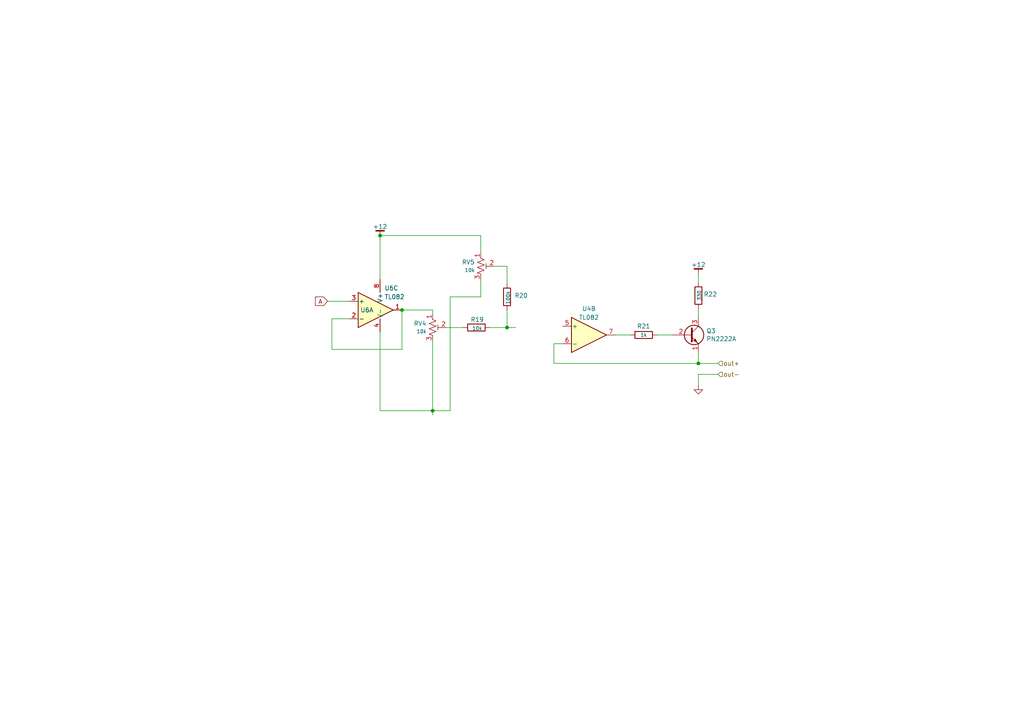
<source format=kicad_sch>
(kicad_sch (version 20211123) (generator eeschema)
  (paper "A4")
  (lib_symbols
    (symbol "Amplifier_Operational:TL082" (pin_names (offset 0.127))
      (property "Reference" "U" (at 0 5.08 0))
      (property "Value" "Amplifier_Operational_TL082" (at 0 -5.08 0))
      (symbol "TL082_1_1"
        (polyline (pts (xy -5.08 5.08) (xy 5.08 0) (xy -5.08 -5.08) (xy -5.08 5.08)) (stroke (width 0.254)) (fill (type background)))
        (pin output line (at 7.62 0 180) (length 2.54) (name "~") (number "1"))
        (pin input line (at -7.62 -2.54 0) (length 2.54) (name "-") (number "2"))
        (pin input line (at -7.62 2.54 0) (length 2.54) (name "+") (number "3"))
      )
      (symbol "TL082_2_1"
        (polyline (pts (xy -5.08 5.08) (xy 5.08 0) (xy -5.08 -5.08) (xy -5.08 5.08)) (stroke (width 0.254)) (fill (type background)))
        (pin input line (at -7.62 2.54 0) (length 2.54) (name "+") (number "5"))
        (pin input line (at -7.62 -2.54 0) (length 2.54) (name "-") (number "6"))
        (pin output line (at 7.62 0 180) (length 2.54) (name "~") (number "7"))
      )
      (symbol "TL082_3_1"
        (pin power_in line (at -2.54 -7.62 90) (length 3.81) (name "V-") (number "4"))
        (pin power_in line (at -2.54 7.62 270) (length 3.81) (name "V+") (number "8"))
      )
    )
    (symbol "Device:R" (pin_numbers hide) (pin_names (offset 0))
      (property "Reference" "R" (at 2.032 0 90))
      (property "Value" "Device_R" (at 0 0 90))
      (symbol "R_0_1"
        (rectangle (start -1.016 -2.54) (end 1.016 2.54) (stroke (width 0.254)))
      )
      (symbol "R_1_1"
        (pin passive line (at 0 3.81 270) (length 1.27) (name "~") (number "1"))
        (pin passive line (at 0 -3.81 90) (length 1.27) (name "~") (number "2"))
      )
    )
    (symbol "Device:R_POT_TRIM_US" (pin_names (offset 1.016) hide)
      (property "Reference" "RV" (at -4.445 0 90))
      (property "Value" "Device_R_POT_TRIM_US" (at -2.54 0 90))
      (symbol "R_POT_TRIM_US_0_1"
        (polyline (pts (xy 0 -2.286) (xy 0 -2.54)))
        (polyline (pts (xy 0 2.286) (xy 0 2.54)))
        (polyline (pts (xy 1.524 0.762) (xy 1.524 -0.762)))
        (polyline (pts (xy 2.54 0) (xy 1.524 0)))
        (polyline (pts (xy 0 -0.762) (xy 1.016 -1.143) (xy 0 -1.524) (xy -1.016 -1.905) (xy 0 -2.286)))
        (polyline (pts (xy 0 0.762) (xy 1.016 0.381) (xy 0 0) (xy -1.016 -0.381) (xy 0 -0.762)))
        (polyline (pts (xy 0 2.286) (xy 1.016 1.905) (xy 0 1.524) (xy -1.016 1.143) (xy 0 0.762)))
      )
      (symbol "R_POT_TRIM_US_1_1"
        (pin passive line (at 0 3.81 270) (length 1.27) (name "1") (number "1"))
        (pin passive line (at 3.81 0 180) (length 1.27) (name "2") (number "2"))
        (pin passive line (at 0 -3.81 90) (length 1.27) (name "3") (number "3"))
      )
    )
    (symbol "Transistor_BJT:PN2222A" (pin_names (offset 0) hide)
      (property "Reference" "Q" (at 5.08 1.905 0))
      (property "Value" "Transistor_BJT_PN2222A" (at 5.08 0 0))
      (symbol "PN2222A_0_1"
        (polyline (pts (xy 0 0) (xy 0.635 0)))
        (polyline (pts (xy 2.54 -2.54) (xy 0.635 -0.635)))
        (polyline (pts (xy 2.54 2.54) (xy 0.635 0.635)))
        (polyline (pts (xy 0.635 1.905) (xy 0.635 -1.905) (xy 0.635 -1.905)) (stroke (width 0.508)))
        (polyline (pts (xy 2.413 -2.413) (xy 1.905 -1.905) (xy 1.905 -1.905)))
        (polyline (pts (xy 1.143 -1.651) (xy 1.651 -1.143) (xy 2.159 -2.159) (xy 1.143 -1.651) (xy 1.143 -1.651)) (fill (type outline)))
        (circle (center 1.27 0) (radius 2.8194) (stroke (width 0.254)))
      )
      (symbol "PN2222A_1_1"
        (pin passive line (at 2.54 -5.08 90) (length 2.54) (name "E") (number "1"))
        (pin input line (at -5.08 0 0) (length 5.08) (name "B") (number "2"))
        (pin passive line (at 2.54 5.08 270) (length 2.54) (name "C") (number "3"))
      )
    )
    (symbol "power1:+12" (power) (pin_names (offset 0))
      (property "Value" "+12" (at 0 2.54 0))
      (symbol "+12_0_1"
        (polyline (pts (xy 0 0.762) (xy 0 0)))
        (polyline (pts (xy 0 1.27) (xy 0 0.762)))
        (polyline (pts (xy -1.27 1.524) (xy 1.27 1.524) (xy 1.27 1.27) (xy -1.27 1.27) (xy -1.27 1.524)) (fill (type outline)))
      )
      (symbol "+12_1_1"
        (pin power_in line (at 0 0 90) (length 0) hide (name "+12") (number "1"))
      )
    )
    (symbol "power:GND" (power) (pin_names (offset 0))
      (property "Value" "power_GND" (at 0 -3.81 0))
      (symbol "GND_0_1"
        (polyline (pts (xy 0 0) (xy 0 -1.27) (xy 1.27 -1.27) (xy 0 -2.54) (xy -1.27 -1.27) (xy 0 -1.27)))
      )
      (symbol "GND_1_1"
        (pin power_in line (at 0 0 270) (length 0) hide (name "GND") (number "1"))
      )
    )
  )
  (junction (at 125.476 119.126))
  (junction (at 202.565 105.41))
  (junction (at 116.586 89.916))
  (junction (at 147.066 94.996))
  (junction (at 110.236 68.326))
  (wire (pts (xy 116.586 89.916) (xy 125.476 89.916)))
  (wire (pts (xy 134.366 94.996) (xy 129.286 94.996)))
  (wire (pts (xy 147.066 94.996) (xy 149.606 94.996)))
  (wire (pts (xy 139.446 73.406) (xy 139.446 68.326)))
  (wire (pts (xy 202.565 105.41) (xy 202.565 102.235)))
  (wire (pts (xy 139.446 81.026) (xy 139.446 86.106)))
  (wire (pts (xy 96.266 101.346) (xy 96.266 92.456)))
  (wire (pts (xy 116.586 89.916) (xy 116.586 101.346)))
  (wire (pts (xy 160.655 99.695) (xy 160.655 105.41)))
  (wire (pts (xy 147.066 77.216) (xy 147.066 82.296)))
  (wire (pts (xy 141.986 94.996) (xy 147.066 94.996)))
  (wire (pts (xy 190.5 97.155) (xy 194.945 97.155)))
  (wire (pts (xy 94.996 87.376) (xy 101.346 87.376)))
  (wire (pts (xy 125.476 98.806) (xy 125.476 119.126)))
  (wire (pts (xy 160.655 105.41) (xy 202.565 105.41)))
  (wire (pts (xy 202.565 111.76) (xy 202.565 108.585)))
  (wire (pts (xy 130.556 86.106) (xy 130.556 119.126)))
  (wire (pts (xy 125.476 119.126) (xy 130.556 119.126)))
  (wire (pts (xy 110.236 81.026) (xy 110.236 68.326)))
  (wire (pts (xy 143.256 77.216) (xy 147.066 77.216)))
  (wire (pts (xy 202.565 108.585) (xy 208.28 108.585)))
  (wire (pts (xy 178.435 97.155) (xy 182.88 97.155)))
  (wire (pts (xy 202.565 79.375) (xy 202.565 81.915)))
  (wire (pts (xy 110.236 68.326) (xy 139.446 68.326)))
  (wire (pts (xy 147.066 89.916) (xy 147.066 94.996)))
  (wire (pts (xy 96.266 92.456) (xy 101.346 92.456)))
  (wire (pts (xy 125.476 119.126) (xy 125.476 120.396)))
  (wire (pts (xy 110.236 119.126) (xy 125.476 119.126)))
  (wire (pts (xy 125.476 89.916) (xy 125.476 91.186)))
  (wire (pts (xy 139.446 86.106) (xy 130.556 86.106)))
  (wire (pts (xy 163.195 99.695) (xy 160.655 99.695)))
  (wire (pts (xy 110.236 96.266) (xy 110.236 119.126)))
  (wire (pts (xy 202.565 92.075) (xy 202.565 89.535)))
  (wire (pts (xy 208.28 105.41) (xy 202.565 105.41)))
  (wire (pts (xy 116.586 101.346) (xy 96.266 101.346)))
  (global_label "A" (shape input) (at 94.996 87.376 180) (property "Intersheet References" "${INTERSHEET_REFS}" (effects hide)))
  (hierarchical_label "out-" (shape input) (at 208.28 108.585 0))
  (hierarchical_label "out+" (shape input) (at 208.28 105.41 0))
  (symbol (lib_id "Device:R_POT_TRIM_US") (at 125.476 94.996 0) (unit 1)
    (property "Reference" "RV4" (at 123.7488 93.8276 0) (effects (justify right)))
    (property "Value" "10k" (at 123.7488 96.139 0) (effects (font (size 1.016 1.016)) (justify right)))
    (property "Footprint" "Potentiometer_SMD:Potentiometer_Vishay_TS53YL_Vertical" (effects hide))
    (property "Datasheet" "https://www.vishay.com/docs/51008/ts53.pdf" (effects hide))
  )
  (symbol (lib_id "Device:R_POT_TRIM_US") (at 139.446 77.216 0) (unit 1)
    (property "Reference" "RV5" (at 137.7188 76.0476 0) (effects (justify right)))
    (property "Value" "10k" (at 137.7188 78.359 0) (effects (font (size 1.016 1.016)) (justify right)))
    (property "Footprint" "Potentiometer_SMD:Potentiometer_Vishay_TS53YL_Vertical" (effects hide))
    (property "Datasheet" "https://www.vishay.com/docs/51008/ts53.pdf" (effects hide))
  )
  (symbol (lib_id "Device:R") (at 138.176 94.996 270) (unit 1)
    (property "Reference" "R19" (at 138.43 92.71 90))
    (property "Value" "10k" (at 138.43 95.25 90) (effects (font (size 1.016 1.016))))
    (property "Footprint" "Resistor_SMD:R_0603_1608Metric_Pad0.98x0.95mm_HandSolder" (effects hide))
  )
  (symbol (lib_id "Device:R") (at 186.69 97.155 270) (unit 1)
    (property "Reference" "R21" (at 186.69 94.615 90))
    (property "Value" "1k" (at 186.69 97.155 90) (effects (font (size 1.016 1.016))))
    (property "Footprint" "Resistor_SMD:R_0603_1608Metric_Pad0.98x0.95mm_HandSolder" (effects hide))
  )
  (symbol (lib_id "Device:R") (at 202.565 85.725 0) (unit 1)
    (property "Reference" "R22" (at 204.089 85.344 0) (effects (justify left)))
    (property "Value" "330" (at 202.819 87.249 90) (effects (font (size 1.016 1.016)) (justify left)))
    (property "Footprint" "Resistor_SMD:R_0603_1608Metric_Pad0.98x0.95mm_HandSolder" (effects hide))
  )
  (symbol (lib_id "Device:R") (at 147.066 86.106 0) (unit 1)
    (property "Reference" "R20" (at 149.225 85.725 0) (effects (justify left)))
    (property "Value" "100k" (at 147.32 88.265 90) (effects (font (size 1.016 1.016)) (justify left)))
    (property "Footprint" "Resistor_SMD:R_0603_1608Metric_Pad0.98x0.95mm_HandSolder" (effects hide))
  )
  (symbol (lib_id "Amplifier_Operational:TL082") (at 108.966 89.916 0) (unit 1)
    (property "Reference" "U6" (at 106.426 89.916 0))
    (property "Value" "TL082" (effects hide))
    (property "Footprint" "Package_SO:SOIC-8-1EP_3.9x4.9mm_P1.27mm_EP2.29x3mm" (effects hide))
    (property "Datasheet" "http://www.ti.com/lit/ds/symlink/tl081.pdf" (effects hide))
  )
  (symbol (lib_id "Amplifier_Operational:TL082") (at 170.815 97.155 0) (unit 2)
    (property "Reference" "U4" (at 170.815 89.535 0))
    (property "Value" "TL082" (at 170.815 92.075 0))
    (property "Footprint" "Package_SO:SOIC-8-1EP_3.9x4.9mm_P1.27mm_EP2.29x3mm" (effects hide))
    (property "Datasheet" "http://www.ti.com/lit/ds/symlink/tl081.pdf" (effects hide))
  )
  (symbol (lib_id "Amplifier_Operational:TL082") (at 112.776 88.646 0) (unit 3)
    (property "Reference" "U6" (at 111.506 83.566 0) (effects (justify left)))
    (property "Value" "TL082" (at 111.506 86.106 0) (effects (justify left)))
    (property "Footprint" "Package_SO:SOIC-8-1EP_3.9x4.9mm_P1.27mm_EP2.29x3mm" (effects hide))
    (property "Datasheet" "http://www.ti.com/lit/ds/symlink/tl081.pdf" (effects hide))
  )
  (symbol (lib_id "Transistor_BJT:PN2222A") (at 200.025 97.155 0) (unit 1)
    (property "Reference" "Q3" (at 204.851 95.9866 0) (effects (justify left)))
    (property "Value" "PN2222A" (at 204.851 98.298 0) (effects (justify left)))
    (property "Footprint" "Package_TO_SOT_SMD:SOT-23" (effects hide))
    (property "Datasheet" "https://www.onsemi.com/pub/Collateral/PN2222-D.PDF" (effects hide))
  )
  (symbol (lib_id "power:GND") (at 202.565 111.76 0) (unit 1)
    (property "Reference" "#PWR0123" (effects hide))
    (property "Value" "GND" (effects hide))
  )
  (symbol (lib_id "power1:+12") (at 110.236 68.326 0) (unit 1)
    (property "Reference" "#PWR037" (effects hide))
    (property "Value" "+12" (at 110.236 65.7375 0))
  )
  (symbol (lib_id "power1:+12") (at 202.565 79.375 0) (unit 1)
    (property "Reference" "#PWR0101" (effects hide))
    (property "Value" "+12" (at 202.565 76.7865 0))
  )
)
</source>
